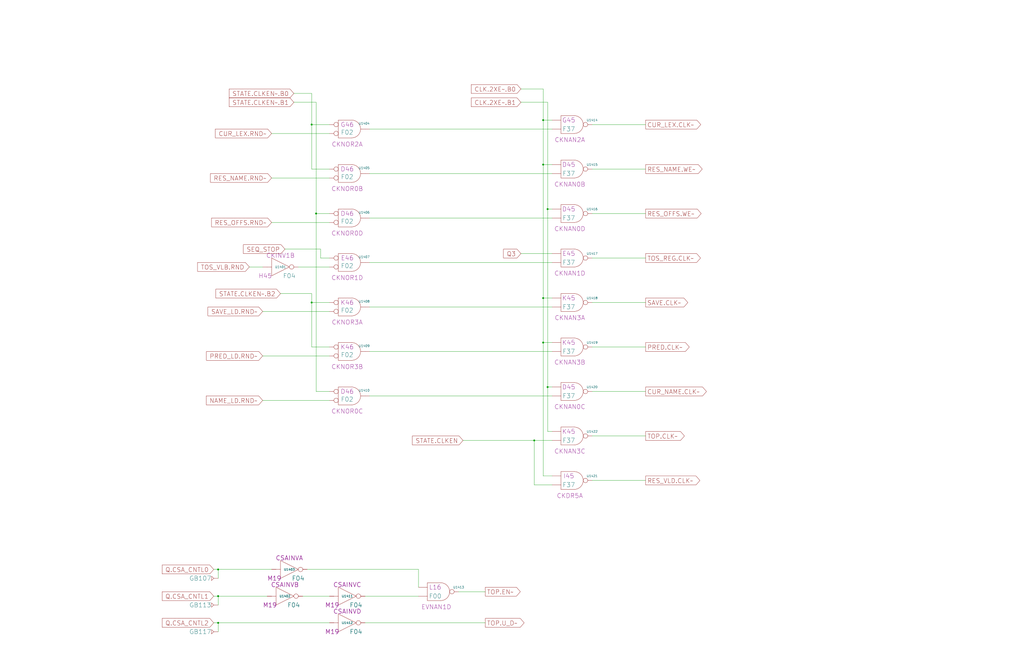
<source format=kicad_sch>
(kicad_sch (version 20230121) (generator eeschema)
  (paper "User" 584.2 378.46)
  (title_block (title "CS DISPLAY REGISTER CONTROL") (date "22-MAY-90") (rev "1.0") (comment 1 "SEQUENCER") (comment 2 "232-003064") (comment 3 "S400") (comment 4 "RELEASED"))
  (lib_symbols
    (symbol "r1000:F00" (pin_numbers hide) (pin_names hide)
      (property "Reference" "U" (at 15.24 0 0))
      (property "Value" "F00" (at 1.905 -5.08 0))
      (property "Location" "___" (at 1.905 0 0))
      (property "Name" "______" (at 2.54 -12.7 0))
      (symbol "F00_0_1"
        (polyline (pts (xy -2.54 -7.62) (xy 5.08 -7.62)) (stroke (width 0.1524)))
        (polyline (pts (xy -2.54 2.54) (xy -2.54 -7.62)) (stroke (width 0.1524)))
        (polyline (pts (xy -2.54 2.54) (xy 5.08 2.54)) (stroke (width 0.1524)))
        (arc (start 5.08 -7.62) (mid 10.1282 -2.54) (end 5.08 2.54) (stroke (width 0.1524)))
        (circle (center 11.43 -2.54) (radius 1.27) (stroke (width 0.1524)))
      )
      (symbol "F00_0_2"
        (circle (center -3.81 -5.08) (radius 1.27) (stroke (width 0.1524)))
        (circle (center -3.81 0) (radius 1.27) (stroke (width 0.1524)))
        (arc (start -3.175 -7.62) (mid -2.134 -2.54) (end -3.175 2.54) (stroke (width 0.1524)))
        (polyline (pts (xy -3.175 -7.62) (xy 3.81 -7.62)) (stroke (width 0.1524)))
        (polyline (pts (xy -3.175 2.54) (xy 3.81 2.54)) (stroke (width 0.1524)))
        (arc (start 3.81 -7.62) (mid 7.5855 -5.8306) (end 10.16 -2.54) (stroke (width 0.1524)))
        (arc (start 10.16 -2.54) (mid 7.5827 0.7471) (end 3.81 2.54) (stroke (width 0.1524)))
      )
      (symbol "F00_1_1"
        (pin input line (at -7.62 0 0) (length 5.08) (name "D0") (number "1"))
        (pin input line (at -7.62 -5.08 0) (length 5.08) (name "D1") (number "2"))
        (pin output line (at 15.24 -2.54 180) (length 2.54) (name "Q") (number "3"))
      )
      (symbol "F00_1_2"
        (pin input line (at -7.62 0 0) (length 2.54) (name "D0") (number "1"))
        (pin input line (at -7.62 -5.08 0) (length 2.54) (name "D1") (number "2"))
        (pin output line (at 15.24 -2.54 180) (length 5.08) (name "Q") (number "3"))
      )
    )
    (symbol "r1000:F02" (pin_numbers hide) (pin_names hide)
      (property "Reference" "U" (at 12.16 0.635 0))
      (property "Value" "F02" (at -1.27 -4.445 0))
      (property "Location" "___" (at 2.54 0 0))
      (property "Name" "______" (at 2.54 -12.7 0))
      (symbol "F02_0_1"
        (arc (start -3.81 -7.62) (mid -2.9847 -2.54) (end -3.81 2.54) (stroke (width 0.1524)))
        (polyline (pts (xy -5.08 -5.08) (xy -3.175 -5.08)) (stroke (width 0.1524)))
        (polyline (pts (xy -5.08 0) (xy -3.175 0)) (stroke (width 0.1524)))
        (polyline (pts (xy -3.81 -7.62) (xy 2.54 -7.62)) (stroke (width 0.1524)))
        (polyline (pts (xy -3.81 2.54) (xy 2.54 2.54)) (stroke (width 0.1524)))
        (polyline (pts (xy 13.97 -2.54) (xy 12.7 -2.54)) (stroke (width 0.1524)))
        (arc (start 2.54 -7.62) (mid 6.9515 -5.9823) (end 10.16 -2.54) (stroke (width 0.1524)))
        (arc (start 10.16 -2.54) (mid 6.9478 0.8966) (end 2.54 2.54) (stroke (width 0.1524)))
        (circle (center 11.43 -2.54) (radius 1.27) (stroke (width 0.1524)))
      )
      (symbol "F02_0_2"
        (circle (center -3.81 -5.08) (radius 1.27) (stroke (width 0.1524)))
        (circle (center -3.81 0) (radius 1.27) (stroke (width 0.1524)))
        (polyline (pts (xy -2.54 -7.62) (xy 5.08 -7.62)) (stroke (width 0.1524)))
        (polyline (pts (xy -2.54 2.54) (xy -2.54 -7.62)) (stroke (width 0.1524)))
        (polyline (pts (xy -2.54 2.54) (xy 5.08 2.54)) (stroke (width 0.1524)))
        (polyline (pts (xy 11.43 -2.54) (xy 10.16 -2.54)) (stroke (width 0.1524)))
        (polyline (pts (xy 11.43 -2.54) (xy 12.7 -2.54)) (stroke (width 0.1524)))
        (arc (start 5.08 -7.62) (mid 10.1282 -2.54) (end 5.08 2.54) (stroke (width 0.1524)))
      )
      (symbol "F02_1_1"
        (pin input line (at -7.62 0 0) (length 2.54) (name "D0") (number "1"))
        (pin input line (at -7.62 -5.08 0) (length 2.54) (name "D1") (number "2"))
        (pin output line (at 15.24 -2.54 180) (length 1.27) (name "Q") (number "3"))
      )
      (symbol "F02_1_2"
        (pin input line (at -7.62 0 0) (length 2.54) (name "D0") (number "1"))
        (pin input line (at -7.62 -5.08 0) (length 2.54) (name "D1") (number "2"))
        (pin output line (at 15.24 -2.54 180) (length 2.54) (name "Q") (number "3"))
      )
    )
    (symbol "r1000:F04" (pin_numbers hide) (pin_names hide)
      (property "Reference" "U" (at 0 0 0))
      (property "Value" "F04" (at 1.27 -5.08 0))
      (property "Location" "___" (at -12.7 -5.08 0))
      (property "Name" "______" (at 0 5.08 0))
      (symbol "F04_0_1"
        (polyline (pts (xy -7.62 0) (xy -5.08 0)) (stroke (width 0.1524)))
        (polyline (pts (xy -5.08 5.08) (xy -5.08 -5.08)) (stroke (width 0.1524)))
        (polyline (pts (xy 5.08 0) (xy -5.08 -5.08)) (stroke (width 0.1524)))
        (polyline (pts (xy 5.08 0) (xy -5.08 5.08)) (stroke (width 0.1524)))
        (circle (center 6.35 0) (radius 1.27) (stroke (width 0.1524)))
      )
      (symbol "F04_1_1"
        (pin input line (at -10.16 0 0) (length 2.54) (name "D0") (number "1"))
        (pin output line (at 10.16 0 180) (length 2.54) (name "Q") (number "2"))
      )
    )
    (symbol "r1000:F37" (pin_numbers hide) (pin_names (offset 0) hide)
      (property "Reference" "U" (at 15.24 0 0))
      (property "Value" "F37" (at 1.905 -5.08 0))
      (property "Location" "___" (at 1.905 0 0))
      (property "Name" "______" (at 2.54 -12.7 0))
      (symbol "F37_0_1"
        (polyline (pts (xy -2.54 -7.62) (xy 5.08 -7.62)) (stroke (width 0.1524)))
        (polyline (pts (xy -2.54 2.54) (xy -2.54 -7.62)) (stroke (width 0.1524)))
        (polyline (pts (xy -2.54 2.54) (xy 5.08 2.54)) (stroke (width 0.1524)))
        (arc (start 5.08 -7.62) (mid 10.1282 -2.54) (end 5.08 2.54) (stroke (width 0.1524)))
        (circle (center 11.43 -2.54) (radius 1.27) (stroke (width 0.1524)))
      )
      (symbol "F37_0_2"
        (circle (center -3.81 -5.08) (radius 1.27) (stroke (width 0.1524)))
        (circle (center -3.81 0) (radius 1.27) (stroke (width 0.1524)))
        (arc (start -3.175 -7.62) (mid -2.134 -2.54) (end -3.175 2.54) (stroke (width 0.1524)))
        (polyline (pts (xy -3.175 -7.62) (xy 3.81 -7.62)) (stroke (width 0.1524)))
        (polyline (pts (xy -3.175 2.54) (xy 3.81 2.54)) (stroke (width 0.1524)))
        (arc (start 3.81 -7.62) (mid 7.5855 -5.8306) (end 10.16 -2.54) (stroke (width 0.1524)))
        (arc (start 10.16 -2.54) (mid 7.5827 0.7471) (end 3.81 2.54) (stroke (width 0.1524)))
      )
      (symbol "F37_1_1"
        (pin input line (at -7.62 0 0) (length 5.08) (name "D0") (number "1"))
        (pin input line (at -7.62 -5.08 0) (length 5.08) (name "D1") (number "2"))
        (pin output line (at 15.24 -2.54 180) (length 2.54) (name "Q") (number "3"))
      )
      (symbol "F37_1_2"
        (pin input line (at -7.62 0 0) (length 2.54) (name "D0") (number "1"))
        (pin input line (at -7.62 -5.08 0) (length 2.54) (name "D1") (number "2"))
        (pin output line (at 15.24 -2.54 180) (length 5.08) (name "Q") (number "3"))
      )
    )
    (symbol "r1000:GB" (pin_numbers hide) (pin_names (offset 0) hide)
      (property "Reference" "GB" (at 3.81 0 0))
      (symbol "GB_0_1"
        (polyline (pts (xy 2.54 0) (xy 3.81 1.27) (xy 3.81 -1.27) (xy 2.54 0)) (stroke (width 0.1524)))
      )
      (symbol "GB_1_1"
        (pin bidirectional line (at 0 0 0) (length 2.54) (name "") (number "1"))
      )
    )
  )
  (junction (at 309.88 68.58))
  (junction (at 177.8 172.72))
  (junction (at 312.42 220.98))
  (junction (at 309.88 195.58))
  (junction (at 312.42 119.38))
  (junction (at 177.8 71.12))
  (junction (at 304.8 251.46))
  (junction (at 180.34 121.92))
  (junction (at 124.46 340.36))
  (junction (at 124.46 355.6))
  (junction (at 309.88 93.98))
  (junction (at 124.46 325.12))
  (junction (at 309.88 170.18))
  (wire (pts (xy 182.88 147.32) (xy 182.88 142.24)))
  (wire (pts (xy 177.8 71.12) (xy 187.96 71.12)))
  (wire (pts (xy 162.56 142.24) (xy 182.88 142.24)))
  (wire (pts (xy 177.8 167.64) (xy 160.02 167.64)))
  (wire (pts (xy 312.42 58.42) (xy 312.42 119.38)))
  (wire (pts (xy 177.8 198.12) (xy 177.8 172.72)))
  (wire (pts (xy 187.96 172.72) (xy 177.8 172.72)))
  (wire (pts (xy 264.16 251.46) (xy 304.8 251.46)))
  (wire (pts (xy 172.72 340.36) (xy 187.96 340.36)))
  (wire (pts (xy 337.82 223.52) (xy 368.3 223.52)))
  (wire (pts (xy 314.96 276.86) (xy 304.8 276.86)))
  (wire (pts (xy 337.82 71.12) (xy 368.3 71.12)))
  (wire (pts (xy 180.34 58.42) (xy 180.34 121.92)))
  (wire (pts (xy 337.82 172.72) (xy 368.3 172.72)))
  (wire (pts (xy 337.82 274.32) (xy 368.3 274.32)))
  (wire (pts (xy 180.34 223.52) (xy 180.34 121.92)))
  (wire (pts (xy 210.82 149.86) (xy 314.96 149.86)))
  (wire (pts (xy 210.82 226.06) (xy 314.96 226.06)))
  (wire (pts (xy 208.28 340.36) (xy 238.76 340.36)))
  (wire (pts (xy 149.86 228.6) (xy 187.96 228.6)))
  (wire (pts (xy 208.28 355.6) (xy 276.86 355.6)))
  (wire (pts (xy 309.88 68.58) (xy 314.96 68.58)))
  (wire (pts (xy 142.24 152.4) (xy 149.86 152.4)))
  (wire (pts (xy 177.8 172.72) (xy 177.8 167.64)))
  (wire (pts (xy 210.82 99.06) (xy 314.96 99.06)))
  (wire (pts (xy 154.94 127) (xy 187.96 127)))
  (wire (pts (xy 177.8 53.34) (xy 177.8 71.12)))
  (wire (pts (xy 187.96 96.52) (xy 177.8 96.52)))
  (wire (pts (xy 337.82 121.92) (xy 368.3 121.92)))
  (wire (pts (xy 175.26 325.12) (xy 238.76 325.12)))
  (wire (pts (xy 309.88 68.58) (xy 309.88 93.98)))
  (wire (pts (xy 297.18 144.78) (xy 314.96 144.78)))
  (wire (pts (xy 238.76 325.12) (xy 238.76 335.28)))
  (wire (pts (xy 210.82 73.66) (xy 314.96 73.66)))
  (wire (pts (xy 337.82 147.32) (xy 368.3 147.32)))
  (wire (pts (xy 170.18 152.4) (xy 187.96 152.4)))
  (wire (pts (xy 124.46 355.6) (xy 187.96 355.6)))
  (wire (pts (xy 121.92 355.6) (xy 124.46 355.6)))
  (wire (pts (xy 337.82 198.12) (xy 368.3 198.12)))
  (wire (pts (xy 177.8 96.52) (xy 177.8 71.12)))
  (wire (pts (xy 187.96 147.32) (xy 182.88 147.32)))
  (wire (pts (xy 167.64 58.42) (xy 180.34 58.42)))
  (wire (pts (xy 210.82 124.46) (xy 314.96 124.46)))
  (wire (pts (xy 124.46 325.12) (xy 124.46 330.2)))
  (wire (pts (xy 312.42 246.38) (xy 312.42 220.98)))
  (wire (pts (xy 312.42 119.38) (xy 312.42 220.98)))
  (wire (pts (xy 314.96 170.18) (xy 309.88 170.18)))
  (wire (pts (xy 314.96 271.78) (xy 309.88 271.78)))
  (wire (pts (xy 124.46 360.68) (xy 124.46 355.6)))
  (wire (pts (xy 309.88 50.8) (xy 309.88 68.58)))
  (wire (pts (xy 314.96 93.98) (xy 309.88 93.98)))
  (wire (pts (xy 309.88 170.18) (xy 309.88 195.58)))
  (wire (pts (xy 312.42 119.38) (xy 314.96 119.38)))
  (wire (pts (xy 154.94 101.6) (xy 187.96 101.6)))
  (wire (pts (xy 124.46 340.36) (xy 124.46 345.44)))
  (wire (pts (xy 261.62 337.82) (xy 276.86 337.82)))
  (wire (pts (xy 304.8 276.86) (xy 304.8 251.46)))
  (wire (pts (xy 337.82 248.92) (xy 368.3 248.92)))
  (wire (pts (xy 149.86 203.2) (xy 187.96 203.2)))
  (wire (pts (xy 314.96 220.98) (xy 312.42 220.98)))
  (wire (pts (xy 124.46 325.12) (xy 154.94 325.12)))
  (wire (pts (xy 309.88 93.98) (xy 309.88 170.18)))
  (wire (pts (xy 337.82 96.52) (xy 368.3 96.52)))
  (wire (pts (xy 121.92 325.12) (xy 124.46 325.12)))
  (wire (pts (xy 187.96 223.52) (xy 180.34 223.52)))
  (wire (pts (xy 304.8 251.46) (xy 314.96 251.46)))
  (wire (pts (xy 180.34 121.92) (xy 187.96 121.92)))
  (wire (pts (xy 297.18 50.8) (xy 309.88 50.8)))
  (wire (pts (xy 314.96 246.38) (xy 312.42 246.38)))
  (wire (pts (xy 309.88 271.78) (xy 309.88 195.58)))
  (wire (pts (xy 314.96 195.58) (xy 309.88 195.58)))
  (wire (pts (xy 149.86 177.8) (xy 187.96 177.8)))
  (wire (pts (xy 210.82 200.66) (xy 314.96 200.66)))
  (wire (pts (xy 210.82 175.26) (xy 314.96 175.26)))
  (wire (pts (xy 187.96 198.12) (xy 177.8 198.12)))
  (wire (pts (xy 167.64 53.34) (xy 177.8 53.34)))
  (wire (pts (xy 154.94 76.2) (xy 187.96 76.2)))
  (wire (pts (xy 124.46 340.36) (xy 152.4 340.36)))
  (wire (pts (xy 121.92 340.36) (xy 124.46 340.36)))
  (wire (pts (xy 297.18 58.42) (xy 312.42 58.42)))
  (global_label "Q3" (shape input) (at 297.18 144.78 180) (effects (font (size 2.54 2.54))) (property "Intersheetrefs" "${INTERSHEET_REFS}" (at 287.274 144.6213 0) (effects (font (size 1.905 1.905)) (justify right))))
  (global_label "TOP.CLK~" (shape output) (at 368.3 248.92 0) (effects (font (size 2.54 2.54))) (property "Intersheetrefs" "${INTERSHEET_REFS}" (at 390.4222 248.7613 0) (effects (font (size 1.905 1.905)) (justify left))))
  (global_label "CUR_LEX.RND~" (shape input) (at 154.94 76.2 180) (effects (font (size 2.54 2.54))) (property "Intersheetrefs" "${INTERSHEET_REFS}" (at 122.8997 76.0413 0) (effects (font (size 1.905 1.905)) (justify right))))
  (global_label "TOS_VLB.RND" (shape input) (at 142.24 152.4 180) (effects (font (size 2.54 2.54))) (property "Intersheetrefs" "${INTERSHEET_REFS}" (at 112.7397 152.2413 0) (effects (font (size 1.905 1.905)) (justify right))))
  (global_label "Q.CSA_CNTL2" (shape input) (at 121.92 355.6 180) (effects (font (size 2.54 2.54))) (property "Intersheetrefs" "${INTERSHEET_REFS}" (at 92.5407 355.4413 0) (effects (font (size 1.905 1.905)) (justify right))))
  (global_label "Q.CSA_CNTL1" (shape input) (at 121.92 340.36 180) (effects (font (size 2.54 2.54))) (property "Intersheetrefs" "${INTERSHEET_REFS}" (at 92.5407 340.2013 0) (effects (font (size 1.905 1.905)) (justify right))))
  (global_label "STATE.CLKEN~.B0" (shape input) (at 167.64 53.34 180) (effects (font (size 2.54 2.54))) (property "Intersheetrefs" "${INTERSHEET_REFS}" (at 130.7616 53.1813 0) (effects (font (size 1.905 1.905)) (justify right))))
  (global_label "CUR_NAME.CLK~" (shape output) (at 368.3 223.52 0) (effects (font (size 2.54 2.54))) (property "Intersheetrefs" "${INTERSHEET_REFS}" (at 403.0012 223.3613 0) (effects (font (size 1.905 1.905)) (justify left))))
  (global_label "CLK.2XE~.B0" (shape input) (at 297.18 50.8 180) (effects (font (size 2.54 2.54))) (property "Intersheetrefs" "${INTERSHEET_REFS}" (at 268.8892 50.6413 0) (effects (font (size 1.905 1.905)) (justify right))))
  (global_label "TOS_REG.CLK~" (shape output) (at 368.3 147.32 0) (effects (font (size 2.54 2.54))) (property "Intersheetrefs" "${INTERSHEET_REFS}" (at 399.6146 147.1613 0) (effects (font (size 1.905 1.905)) (justify left))))
  (global_label "RES_VLD.CLK~" (shape output) (at 368.3 274.32 0) (effects (font (size 2.54 2.54))) (property "Intersheetrefs" "${INTERSHEET_REFS}" (at 399.2517 274.1613 0) (effects (font (size 1.905 1.905)) (justify left))))
  (global_label "SEQ_STOP" (shape input) (at 162.56 142.24 180) (effects (font (size 2.54 2.54))) (property "Intersheetrefs" "${INTERSHEET_REFS}" (at 138.8654 142.0813 0) (effects (font (size 1.905 1.905)) (justify right))))
  (global_label "RES_OFFS.RND~" (shape input) (at 154.94 127 180) (effects (font (size 2.54 2.54))) (property "Intersheetrefs" "${INTERSHEET_REFS}" (at 120.7226 126.8413 0) (effects (font (size 1.905 1.905)) (justify right))))
  (global_label "PRED.CLK~" (shape output) (at 368.3 198.12 0) (effects (font (size 2.54 2.54))) (property "Intersheetrefs" "${INTERSHEET_REFS}" (at 393.2041 197.9613 0) (effects (font (size 1.905 1.905)) (justify left))))
  (global_label "TOP.EN~" (shape output) (at 276.86 337.82 0) (effects (font (size 2.54 2.54))) (property "Intersheetrefs" "${INTERSHEET_REFS}" (at 296.805 337.6613 0) (effects (font (size 1.905 1.905)) (justify left))))
  (global_label "STATE.CLKEN" (shape input) (at 264.16 251.46 180) (effects (font (size 2.54 2.54))) (property "Intersheetrefs" "${INTERSHEET_REFS}" (at 235.2645 251.3013 0) (effects (font (size 1.905 1.905)) (justify right))))
  (global_label "TOP.U_D~" (shape output) (at 276.86 355.6 0) (effects (font (size 2.54 2.54))) (property "Intersheetrefs" "${INTERSHEET_REFS}" (at 298.9822 355.4413 0) (effects (font (size 1.905 1.905)) (justify left))))
  (global_label "RES_OFFS.WE~" (shape output) (at 368.3 121.92 0) (effects (font (size 2.54 2.54))) (property "Intersheetrefs" "${INTERSHEET_REFS}" (at 399.9774 121.7613 0) (effects (font (size 1.905 1.905)) (justify left))))
  (global_label "RES_NAME.RND~" (shape input) (at 154.94 101.6 180) (effects (font (size 2.54 2.54))) (property "Intersheetrefs" "${INTERSHEET_REFS}" (at 120.1178 101.4413 0) (effects (font (size 1.905 1.905)) (justify right))))
  (global_label "STATE.CLKEN~.B1" (shape input) (at 167.64 58.42 180) (effects (font (size 2.54 2.54))) (property "Intersheetrefs" "${INTERSHEET_REFS}" (at 130.7616 58.2613 0) (effects (font (size 1.905 1.905)) (justify right))))
  (global_label "NAME_LD.RND~" (shape input) (at 149.86 228.6 180) (effects (font (size 2.54 2.54))) (property "Intersheetrefs" "${INTERSHEET_REFS}" (at 117.6988 228.4413 0) (effects (font (size 1.905 1.905)) (justify right))))
  (global_label "CUR_LEX.CLK~" (shape output) (at 368.3 71.12 0) (effects (font (size 2.54 2.54))) (property "Intersheetrefs" "${INTERSHEET_REFS}" (at 399.7355 70.9613 0) (effects (font (size 1.905 1.905)) (justify left))))
  (global_label "PRED_LD.RND~" (shape input) (at 149.86 203.2 180) (effects (font (size 2.54 2.54))) (property "Intersheetrefs" "${INTERSHEET_REFS}" (at 117.8197 203.0413 0) (effects (font (size 1.905 1.905)) (justify right))))
  (global_label "SAVE.CLK~" (shape output) (at 368.3 172.72 0) (effects (font (size 2.54 2.54))) (property "Intersheetrefs" "${INTERSHEET_REFS}" (at 392.3574 172.5613 0) (effects (font (size 1.905 1.905)) (justify left))))
  (global_label "STATE.CLKEN~.B2" (shape input) (at 160.02 167.64 180) (effects (font (size 2.54 2.54))) (property "Intersheetrefs" "${INTERSHEET_REFS}" (at 123.1416 167.4813 0) (effects (font (size 1.905 1.905)) (justify right))))
  (global_label "CLK.2XE~.B1" (shape input) (at 297.18 58.42 180) (effects (font (size 2.54 2.54))) (property "Intersheetrefs" "${INTERSHEET_REFS}" (at 268.8892 58.2613 0) (effects (font (size 1.905 1.905)) (justify right))))
  (global_label "Q.CSA_CNTL0" (shape input) (at 121.92 325.12 180) (effects (font (size 2.54 2.54))) (property "Intersheetrefs" "${INTERSHEET_REFS}" (at 92.5407 324.9613 0) (effects (font (size 1.905 1.905)) (justify right))))
  (global_label "SAVE_LD.RND~" (shape input) (at 149.86 177.8 180) (effects (font (size 2.54 2.54))) (property "Intersheetrefs" "${INTERSHEET_REFS}" (at 118.6664 177.6413 0) (effects (font (size 1.905 1.905)) (justify right))))
  (global_label "RES_NAME.WE~" (shape output) (at 368.3 96.52 0) (effects (font (size 2.54 2.54))) (property "Intersheetrefs" "${INTERSHEET_REFS}" (at 400.5822 96.3613 0) (effects (font (size 1.905 1.905)) (justify left))))
  (symbol (lib_id "r1000:GB") (at 124.46 360.68 0) (mirror y) (unit 1)
    (property "Reference" "GB117" (at 120.65 360.68 0) (effects (font (size 2.54 2.54)) (justify left)))
    (property "Value" "GB" (effects hide))
  )
  (symbol (lib_id "r1000:F02") (at 195.58 121.92 0) (unit 1) (convert 2)
    (property "Reference" "U1406" (at 207.74 121.285 0))
    (property "Value" "F02" (at 194.31 126.365 0) (effects (font (size 2.54 2.54)) (justify left)))
    (property "Location" "D46" (at 198.12 121.92 0) (effects (font (size 2.54 2.54))))
    (property "Name" "CKNOR0D" (at 198.12 134.62 0) (effects (font (size 2.54 2.54)) (justify bottom)))
  )
  (symbol (lib_id "r1000:F37") (at 322.58 271.78 0) (unit 1)
    (property "Reference" "U1421" (at 337.82 271.78 0))
    (property "Value" "F37" (at 324.485 276.86 0) (effects (font (size 2.54 2.54))))
    (property "Location" "I45" (at 324.485 271.78 0) (effects (font (size 2.54 2.54))))
    (property "Name" "CKDR5A" (at 325.12 284.48 0) (effects (font (size 2.54 2.54)) (justify bottom)))
  )
  (symbol (lib_id "r1000:GB") (at 124.46 345.44 0) (mirror y) (unit 1)
    (property "Reference" "GB113" (at 120.65 345.44 0) (effects (font (size 2.54 2.54)) (justify left)))
    (property "Value" "GB" (effects hide))
  )
  (symbol (lib_id "r1000:F37") (at 322.58 68.58 0) (unit 1)
    (property "Reference" "U1414" (at 337.82 68.58 0))
    (property "Value" "F37" (at 324.485 73.66 0) (effects (font (size 2.54 2.54))))
    (property "Location" "G45" (at 324.485 68.58 0) (effects (font (size 2.54 2.54))))
    (property "Name" "CKNAN2A" (at 325.12 81.28 0) (effects (font (size 2.54 2.54)) (justify bottom)))
  )
  (symbol (lib_id "r1000:F37") (at 322.58 144.78 0) (unit 1)
    (property "Reference" "U1417" (at 337.82 144.78 0))
    (property "Value" "F37" (at 324.485 149.86 0) (effects (font (size 2.54 2.54))))
    (property "Location" "E45" (at 324.485 144.78 0) (effects (font (size 2.54 2.54))))
    (property "Name" "CKNAN1D" (at 325.12 157.48 0) (effects (font (size 2.54 2.54)) (justify bottom)))
  )
  (symbol (lib_id "r1000:F02") (at 195.58 223.52 0) (unit 1) (convert 2)
    (property "Reference" "U1410" (at 207.74 222.885 0))
    (property "Value" "F02" (at 194.31 227.965 0) (effects (font (size 2.54 2.54)) (justify left)))
    (property "Location" "D46" (at 198.12 223.52 0) (effects (font (size 2.54 2.54))))
    (property "Name" "CKNOR0C" (at 198.12 236.22 0) (effects (font (size 2.54 2.54)) (justify bottom)))
  )
  (symbol (lib_id "r1000:F00") (at 246.38 335.28 0) (unit 1)
    (property "Reference" "U1413" (at 261.62 335.28 0))
    (property "Value" "F00" (at 248.285 340.36 0) (effects (font (size 2.54 2.54))))
    (property "Location" "L16" (at 248.285 335.28 0) (effects (font (size 2.54 2.54))))
    (property "Name" "EVNAN1D" (at 248.92 347.98 0) (effects (font (size 2.54 2.54)) (justify bottom)))
  )
  (symbol (lib_id "r1000:GB") (at 124.46 330.2 0) (mirror y) (unit 1)
    (property "Reference" "GB107" (at 120.65 330.2 0) (effects (font (size 2.54 2.54)) (justify left)))
    (property "Value" "GB" (effects hide))
  )
  (symbol (lib_id "r1000:F02") (at 195.58 96.52 0) (unit 1) (convert 2)
    (property "Reference" "U1405" (at 207.74 95.885 0))
    (property "Value" "F02" (at 194.31 100.965 0) (effects (font (size 2.54 2.54)) (justify left)))
    (property "Location" "D46" (at 198.12 96.52 0) (effects (font (size 2.54 2.54))))
    (property "Name" "CKNOR0B" (at 198.12 109.22 0) (effects (font (size 2.54 2.54)) (justify bottom)))
  )
  (symbol (lib_id "r1000:F04") (at 198.12 340.36 0) (unit 1)
    (property "Reference" "U1411" (at 198.12 340.36 0))
    (property "Value" "F04" (at 199.39 345.44 0) (effects (font (size 2.54 2.54)) (justify left)))
    (property "Location" "M19" (at 185.42 345.44 0) (effects (font (size 2.54 2.54)) (justify left)))
    (property "Name" "CSAINVC" (at 198.12 335.28 0) (effects (font (size 2.54 2.54)) (justify bottom)))
  )
  (symbol (lib_id "r1000:F02") (at 195.58 172.72 0) (unit 1) (convert 2)
    (property "Reference" "U1408" (at 207.74 172.085 0))
    (property "Value" "F02" (at 194.31 177.165 0) (effects (font (size 2.54 2.54)) (justify left)))
    (property "Location" "K46" (at 198.12 172.72 0) (effects (font (size 2.54 2.54))))
    (property "Name" "CKNOR3A" (at 198.12 185.42 0) (effects (font (size 2.54 2.54)) (justify bottom)))
  )
  (symbol (lib_id "r1000:F04") (at 165.1 325.12 0) (unit 1)
    (property "Reference" "U1403" (at 165.1 325.12 0))
    (property "Value" "F04" (at 166.37 330.2 0) (effects (font (size 2.54 2.54)) (justify left)))
    (property "Location" "M19" (at 152.4 330.2 0) (effects (font (size 2.54 2.54)) (justify left)))
    (property "Name" "CSAINVA" (at 165.1 320.04 0) (effects (font (size 2.54 2.54)) (justify bottom)))
  )
  (symbol (lib_id "r1000:F37") (at 322.58 220.98 0) (unit 1)
    (property "Reference" "U1420" (at 337.82 220.98 0))
    (property "Value" "F37" (at 324.485 226.06 0) (effects (font (size 2.54 2.54))))
    (property "Location" "D45" (at 324.485 220.98 0) (effects (font (size 2.54 2.54))))
    (property "Name" "CKNAN0C" (at 325.12 233.68 0) (effects (font (size 2.54 2.54)) (justify bottom)))
  )
  (symbol (lib_id "r1000:F37") (at 322.58 170.18 0) (unit 1)
    (property "Reference" "U1418" (at 337.82 170.18 0))
    (property "Value" "F37" (at 324.485 175.26 0) (effects (font (size 2.54 2.54))))
    (property "Location" "K45" (at 324.485 170.18 0) (effects (font (size 2.54 2.54))))
    (property "Name" "CKNAN3A" (at 325.12 182.88 0) (effects (font (size 2.54 2.54)) (justify bottom)))
  )
  (symbol (lib_id "r1000:F04") (at 160.02 152.4 0) (unit 1)
    (property "Reference" "U1401" (at 160.02 152.4 0))
    (property "Value" "F04" (at 161.29 157.48 0) (effects (font (size 2.54 2.54)) (justify left)))
    (property "Location" "H45" (at 147.32 157.48 0) (effects (font (size 2.54 2.54)) (justify left)))
    (property "Name" "CKINV1B" (at 160.02 147.32 0) (effects (font (size 2.54 2.54)) (justify bottom)))
  )
  (symbol (lib_id "r1000:F37") (at 322.58 119.38 0) (unit 1)
    (property "Reference" "U1416" (at 337.82 119.38 0))
    (property "Value" "F37" (at 324.485 124.46 0) (effects (font (size 2.54 2.54))))
    (property "Location" "D45" (at 324.485 119.38 0) (effects (font (size 2.54 2.54))))
    (property "Name" "CKNAN0D" (at 325.12 132.08 0) (effects (font (size 2.54 2.54)) (justify bottom)))
  )
  (symbol (lib_id "r1000:F37") (at 322.58 246.38 0) (unit 1)
    (property "Reference" "U1422" (at 337.82 246.38 0))
    (property "Value" "F37" (at 324.485 251.46 0) (effects (font (size 2.54 2.54))))
    (property "Location" "K45" (at 324.485 246.38 0) (effects (font (size 2.54 2.54))))
    (property "Name" "CKNAN3C" (at 325.12 259.08 0) (effects (font (size 2.54 2.54)) (justify bottom)))
  )
  (symbol (lib_id "r1000:F04") (at 162.56 340.36 0) (unit 1)
    (property "Reference" "U1402" (at 162.56 340.36 0))
    (property "Value" "F04" (at 163.83 345.44 0) (effects (font (size 2.54 2.54)) (justify left)))
    (property "Location" "M19" (at 149.86 345.44 0) (effects (font (size 2.54 2.54)) (justify left)))
    (property "Name" "CSAINVB" (at 162.56 335.28 0) (effects (font (size 2.54 2.54)) (justify bottom)))
  )
  (symbol (lib_id "r1000:F02") (at 195.58 198.12 0) (unit 1) (convert 2)
    (property "Reference" "U1409" (at 207.74 197.485 0))
    (property "Value" "F02" (at 194.31 202.565 0) (effects (font (size 2.54 2.54)) (justify left)))
    (property "Location" "K46" (at 198.12 198.12 0) (effects (font (size 2.54 2.54))))
    (property "Name" "CKNOR3B" (at 198.12 210.82 0) (effects (font (size 2.54 2.54)) (justify bottom)))
  )
  (symbol (lib_id "r1000:F37") (at 322.58 195.58 0) (unit 1)
    (property "Reference" "U1419" (at 337.82 195.58 0))
    (property "Value" "F37" (at 324.485 200.66 0) (effects (font (size 2.54 2.54))))
    (property "Location" "K45" (at 324.485 195.58 0) (effects (font (size 2.54 2.54))))
    (property "Name" "CKNAN3B" (at 325.12 208.28 0) (effects (font (size 2.54 2.54)) (justify bottom)))
  )
  (symbol (lib_id "r1000:F02") (at 195.58 71.12 0) (unit 1) (convert 2)
    (property "Reference" "U1404" (at 207.74 70.485 0))
    (property "Value" "F02" (at 194.31 75.565 0) (effects (font (size 2.54 2.54)) (justify left)))
    (property "Location" "G46" (at 198.12 71.12 0) (effects (font (size 2.54 2.54))))
    (property "Name" "CKNOR2A" (at 198.12 83.82 0) (effects (font (size 2.54 2.54)) (justify bottom)))
  )
  (symbol (lib_id "r1000:F04") (at 198.12 355.6 0) (unit 1)
    (property "Reference" "U1412" (at 198.12 355.6 0))
    (property "Value" "F04" (at 199.39 360.68 0) (effects (font (size 2.54 2.54)) (justify left)))
    (property "Location" "M19" (at 185.42 360.68 0) (effects (font (size 2.54 2.54)) (justify left)))
    (property "Name" "CSAINVD" (at 198.12 350.52 0) (effects (font (size 2.54 2.54)) (justify bottom)))
  )
  (symbol (lib_id "r1000:F37") (at 322.58 93.98 0) (unit 1)
    (property "Reference" "U1415" (at 337.82 93.98 0))
    (property "Value" "F37" (at 324.485 99.06 0) (effects (font (size 2.54 2.54))))
    (property "Location" "D45" (at 324.485 93.98 0) (effects (font (size 2.54 2.54))))
    (property "Name" "CKNAN0B" (at 325.12 106.68 0) (effects (font (size 2.54 2.54)) (justify bottom)))
  )
  (symbol (lib_id "r1000:F02") (at 195.58 147.32 0) (unit 1) (convert 2)
    (property "Reference" "U1407" (at 207.74 146.685 0))
    (property "Value" "F02" (at 194.31 151.765 0) (effects (font (size 2.54 2.54)) (justify left)))
    (property "Location" "E46" (at 198.12 147.32 0) (effects (font (size 2.54 2.54))))
    (property "Name" "CKNOR1D" (at 198.12 160.02 0) (effects (font (size 2.54 2.54)) (justify bottom)))
  )
)
</source>
